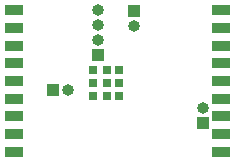
<source format=gbr>
%TF.GenerationSoftware,KiCad,Pcbnew,(6.0.7-1)-1*%
%TF.CreationDate,2022-12-10T20:08:07+13:00*%
%TF.ProjectId,bauble_pcb,62617562-6c65-45f7-9063-622e6b696361,rev?*%
%TF.SameCoordinates,Original*%
%TF.FileFunction,Soldermask,Bot*%
%TF.FilePolarity,Negative*%
%FSLAX46Y46*%
G04 Gerber Fmt 4.6, Leading zero omitted, Abs format (unit mm)*
G04 Created by KiCad (PCBNEW (6.0.7-1)-1) date 2022-12-10 20:08:07*
%MOMM*%
%LPD*%
G01*
G04 APERTURE LIST*
%ADD10R,1.000000X1.000000*%
%ADD11O,1.000000X1.000000*%
%ADD12R,1.500000X0.900000*%
%ADD13R,0.700000X0.700000*%
G04 APERTURE END LIST*
D10*
%TO.C,J4*%
X148000000Y-92000000D03*
D11*
X148000000Y-93270000D03*
%TD*%
D10*
%TO.C,J2*%
X144900000Y-95700000D03*
D11*
X144900000Y-94430000D03*
X144900000Y-93160000D03*
X144900000Y-91890000D03*
%TD*%
D10*
%TO.C,J3*%
X141100000Y-98700000D03*
D11*
X142370000Y-98700000D03*
%TD*%
D10*
%TO.C,J1*%
X153800000Y-101450000D03*
D11*
X153800000Y-100180000D03*
%TD*%
D12*
%TO.C,U3*%
X155350000Y-91900000D03*
X155350000Y-93400000D03*
X155350000Y-94900000D03*
X155350000Y-96400000D03*
X155350000Y-97900000D03*
X155350000Y-99400000D03*
X155350000Y-100900000D03*
X155350000Y-102400000D03*
X155350000Y-103900000D03*
X137850000Y-103900000D03*
X137850000Y-102400000D03*
X137850000Y-100900000D03*
X137850000Y-99400000D03*
X137850000Y-97900000D03*
X137850000Y-96400000D03*
X137850000Y-94900000D03*
X137850000Y-93400000D03*
X137850000Y-91900000D03*
D13*
X144540000Y-98100000D03*
X146740000Y-99200000D03*
X145690000Y-97000000D03*
X145690000Y-99200000D03*
X145690000Y-98100000D03*
X144540000Y-97000000D03*
X146740000Y-98100000D03*
X144540000Y-99200000D03*
X146740000Y-97000000D03*
%TD*%
M02*

</source>
